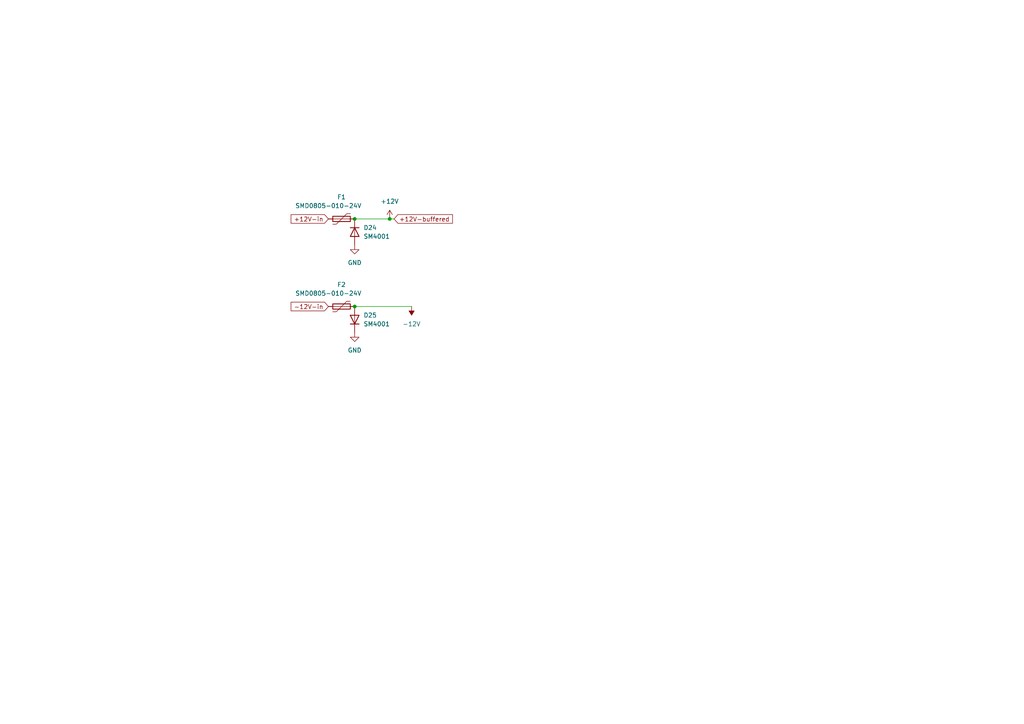
<source format=kicad_sch>
(kicad_sch (version 20211123) (generator eeschema)
  (paper "A4")
  (lib_symbols
    (symbol "Device:Polyfuse" (pin_numbers hide) (pin_names (offset 0))
      (property "Reference" "F" (at -2.54 0 90))
      (property "Value" "Polyfuse" (at 2.54 0 90))
      (symbol "Polyfuse_0_1"
        (rectangle (start -0.762 2.54) (end 0.762 -2.54) (stroke (width 0.254)))
        (polyline (pts (xy 0 2.54) (xy 0 -2.54)))
        (polyline (pts (xy -1.524 2.54) (xy -1.524 1.524) (xy 1.524 -1.524) (xy 1.524 -2.54)))
      )
      (symbol "Polyfuse_1_1"
        (pin passive line (at 0 3.81 270) (length 1.27) (name "~") (number "1"))
        (pin passive line (at 0 -3.81 90) (length 1.27) (name "~") (number "2"))
      )
    )
    (symbol "Diode:SM4001" (pin_numbers hide) (pin_names (offset 1.016) hide)
      (property "Reference" "D" (at 0 2.54 0))
      (property "Value" "SM4001" (at 0 -2.54 0))
      (symbol "SM4001_0_1"
        (polyline (pts (xy -1.27 1.27) (xy -1.27 -1.27)) (stroke (width 0.254)))
        (polyline (pts (xy 1.27 0) (xy -1.27 0)))
        (polyline (pts (xy 1.27 1.27) (xy 1.27 -1.27) (xy -1.27 0) (xy 1.27 1.27)) (stroke (width 0.254)))
      )
      (symbol "SM4001_1_1"
        (pin passive line (at -3.81 0 0) (length 2.54) (name "K") (number "1"))
        (pin passive line (at 3.81 0 180) (length 2.54) (name "A") (number "2"))
      )
    )
    (symbol "power:+12V" (power) (pin_names (offset 0))
      (property "Value" "+12V" (at 0 3.556 0))
      (symbol "+12V_0_1"
        (polyline (pts (xy -0.762 1.27) (xy 0 2.54)))
        (polyline (pts (xy 0 0) (xy 0 2.54)))
        (polyline (pts (xy 0 2.54) (xy 0.762 1.27)))
      )
      (symbol "+12V_1_1"
        (pin power_in line (at 0 0 90) (length 0) hide (name "+12V") (number "1"))
      )
    )
    (symbol "power:-12V" (power) (pin_names (offset 0))
      (property "Value" "-12V" (at 0 3.81 0))
      (symbol "-12V_0_0"
        (pin power_in line (at 0 0 90) (length 0) hide (name "-12V") (number "1"))
      )
      (symbol "-12V_0_1"
        (polyline (pts (xy 0 0) (xy 0 1.27) (xy 0.762 1.27) (xy 0 2.54) (xy -0.762 1.27) (xy 0 1.27)) (fill (type outline)))
      )
    )
    (symbol "power:GND" (power) (pin_names (offset 0))
      (property "Value" "GND" (at 0 -3.81 0))
      (symbol "GND_0_1"
        (polyline (pts (xy 0 0) (xy 0 -1.27) (xy 1.27 -1.27) (xy 0 -2.54) (xy -1.27 -1.27) (xy 0 -1.27)))
      )
      (symbol "GND_1_1"
        (pin power_in line (at 0 0 270) (length 0) hide (name "GND") (number "1"))
      )
    )
  )
  (junction (at 113.03 63.5))
  (junction (at 102.87 88.9))
  (junction (at 102.87 63.5))
  (wire (pts (xy 102.87 63.5) (xy 113.03 63.5)))
  (wire (pts (xy 113.03 63.5) (xy 114.3 63.5)))
  (wire (pts (xy 102.87 88.9) (xy 119.38 88.9)))
  (global_label "-12V-in" (shape input) (at 95.25 88.9 180) (property "Intersheet References" "${INTERSHEET_REFS}" (effects hide)))
  (global_label "+12V-in" (shape input) (at 95.25 63.5 180) (property "Intersheet References" "${INTERSHEET_REFS}" (effects hide)))
  (global_label "+12V-buffered" (shape input) (at 114.3 63.5 0) (property "Intersheet References" "${INTERSHEET_REFS}" (effects hide)))
  (symbol (lib_id "Device:Polyfuse") (at 99.06 63.5 90) (unit 1)
    (property "Reference" "F1" (at 99.06 57.15 90))
    (property "Value" "SMD0805-010-24V" (at 95.25 59.69 90))
    (property "Footprint" "Fuse:Fuse_0805_2012Metric" (effects hide))
  )
  (symbol (lib_id "Diode:SM4001") (at 102.87 92.71 90) (unit 1)
    (property "Reference" "D25" (at 105.41 91.4399 90) (effects (justify right)))
    (property "Value" "SM4001" (at 105.41 93.9799 90) (effects (justify right)))
    (property "Footprint" "Diode_SMD:D_MELF" (effects hide))
    (property "Datasheet" "http://cdn-reichelt.de/documents/datenblatt/A400/SMD1N400%23DIO.pdf" (effects hide))
  )
  (symbol (lib_id "power:GND") (at 102.87 96.52 0) (unit 1)
    (property "Reference" "#PWR0144" (effects hide))
    (property "Value" "GND" (at 102.87 101.6 0))
  )
  (symbol (lib_id "power:GND") (at 102.87 71.12 0) (unit 1)
    (property "Reference" "#PWR0143" (effects hide))
    (property "Value" "GND" (at 102.87 76.2 0))
  )
  (symbol (lib_id "power:-12V") (at 119.38 88.9 180) (unit 1)
    (property "Reference" "#PWR0145" (effects hide))
    (property "Value" "-12V" (at 119.38 93.98 0))
  )
  (symbol (lib_id "Device:Polyfuse") (at 99.06 88.9 90) (unit 1)
    (property "Reference" "F2" (at 99.06 82.55 90))
    (property "Value" "SMD0805-010-24V" (at 95.25 85.09 90))
    (property "Footprint" "Fuse:Fuse_0805_2012Metric" (effects hide))
  )
  (symbol (lib_id "power:+12V") (at 113.03 63.5 0) (unit 1)
    (property "Reference" "#PWR0142" (effects hide))
    (property "Value" "+12V" (at 113.03 58.42 0))
  )
  (symbol (lib_id "Diode:SM4001") (at 102.87 67.31 270) (unit 1)
    (property "Reference" "D24" (at 105.41 66.0399 90) (effects (justify left)))
    (property "Value" "SM4001" (at 105.41 68.5799 90) (effects (justify left)))
    (property "Footprint" "Diode_SMD:D_MELF" (effects hide))
    (property "Datasheet" "http://cdn-reichelt.de/documents/datenblatt/A400/SMD1N400%23DIO.pdf" (effects hide))
  )
)
</source>
